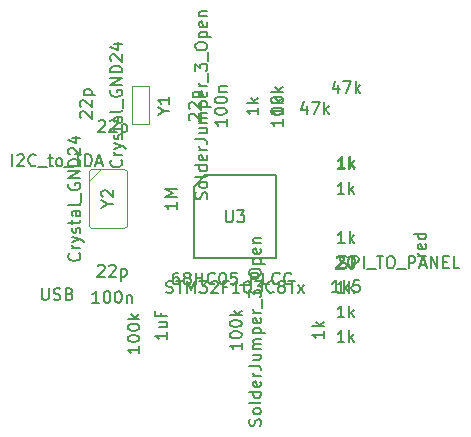
<source format=gbr>
G04 #@! TF.GenerationSoftware,KiCad,Pcbnew,6.0.0-rc1-unknown-1088786~66~ubuntu16.04.1*
G04 #@! TF.CreationDate,2018-12-29T10:22:54+01:00
G04 #@! TF.ProjectId,audi_concert1_chorus1_volume_fix,61756469-5f63-46f6-9e63-657274315f63,rev?*
G04 #@! TF.SameCoordinates,Original*
G04 #@! TF.FileFunction,Other,Fab,Top*
%FSLAX46Y46*%
G04 Gerber Fmt 4.6, Leading zero omitted, Abs format (unit mm)*
G04 Created by KiCad (PCBNEW 6.0.0-rc1-unknown-1088786~66~ubuntu16.04.1) date So 29. december 2018, 10:22:54 CET*
%MOMM*%
%LPD*%
G04 APERTURE LIST*
%ADD10C,0.150000*%
%ADD11C,0.100000*%
G04 APERTURE END LIST*
D10*
X177208300Y-103506900D02*
X178208300Y-102506900D01*
X177208300Y-109506900D02*
X177208300Y-103506900D01*
X184208300Y-109506900D02*
X177208300Y-109506900D01*
X184208300Y-102506900D02*
X184208300Y-109506900D01*
X178208300Y-102506900D02*
X184208300Y-102506900D01*
D11*
X171957300Y-94963500D02*
X171957300Y-98163500D01*
X173457300Y-94963500D02*
X173457300Y-98163500D01*
X173457300Y-98163500D02*
X171957300Y-98163500D01*
X173457300Y-94963500D02*
X171957300Y-94963500D01*
X169360800Y-101971200D02*
X168360800Y-102971200D01*
X171360800Y-101971200D02*
X171560800Y-102171200D01*
X168560800Y-101971200D02*
X171360800Y-101971200D01*
X168360800Y-102171200D02*
X168560800Y-101971200D01*
X168360800Y-106771200D02*
X168360800Y-102171200D01*
X168560800Y-106971200D02*
X168360800Y-106771200D01*
X171360800Y-106971200D02*
X168560800Y-106971200D01*
X171560800Y-106771200D02*
X171360800Y-106971200D01*
X171560800Y-102171200D02*
X171560800Y-106771200D01*
D10*
X189519961Y-112381980D02*
X188948533Y-112381980D01*
X189234247Y-112381980D02*
X189234247Y-111381980D01*
X189139009Y-111524838D01*
X189043771Y-111620076D01*
X188948533Y-111667695D01*
X189948533Y-112381980D02*
X189948533Y-111381980D01*
X190043771Y-112001028D02*
X190329485Y-112381980D01*
X190329485Y-111715314D02*
X189948533Y-112096266D01*
X191234247Y-111381980D02*
X190758057Y-111381980D01*
X190710438Y-111858171D01*
X190758057Y-111810552D01*
X190853295Y-111762933D01*
X191091390Y-111762933D01*
X191186628Y-111810552D01*
X191234247Y-111858171D01*
X191281866Y-111953409D01*
X191281866Y-112191504D01*
X191234247Y-112286742D01*
X191186628Y-112334361D01*
X191091390Y-112381980D01*
X190853295Y-112381980D01*
X190758057Y-112334361D01*
X190710438Y-112286742D01*
X175914981Y-110729780D02*
X175724505Y-110729780D01*
X175629267Y-110777400D01*
X175581648Y-110825019D01*
X175486410Y-110967876D01*
X175438791Y-111158352D01*
X175438791Y-111539304D01*
X175486410Y-111634542D01*
X175534029Y-111682161D01*
X175629267Y-111729780D01*
X175819743Y-111729780D01*
X175914981Y-111682161D01*
X175962601Y-111634542D01*
X176010220Y-111539304D01*
X176010220Y-111301209D01*
X175962601Y-111205971D01*
X175914981Y-111158352D01*
X175819743Y-111110733D01*
X175629267Y-111110733D01*
X175534029Y-111158352D01*
X175486410Y-111205971D01*
X175438791Y-111301209D01*
X176581648Y-111158352D02*
X176486410Y-111110733D01*
X176438791Y-111063114D01*
X176391172Y-110967876D01*
X176391172Y-110920257D01*
X176438791Y-110825019D01*
X176486410Y-110777400D01*
X176581648Y-110729780D01*
X176772124Y-110729780D01*
X176867362Y-110777400D01*
X176914981Y-110825019D01*
X176962601Y-110920257D01*
X176962601Y-110967876D01*
X176914981Y-111063114D01*
X176867362Y-111110733D01*
X176772124Y-111158352D01*
X176581648Y-111158352D01*
X176486410Y-111205971D01*
X176438791Y-111253590D01*
X176391172Y-111348828D01*
X176391172Y-111539304D01*
X176438791Y-111634542D01*
X176486410Y-111682161D01*
X176581648Y-111729780D01*
X176772124Y-111729780D01*
X176867362Y-111682161D01*
X176914981Y-111634542D01*
X176962601Y-111539304D01*
X176962601Y-111348828D01*
X176914981Y-111253590D01*
X176867362Y-111205971D01*
X176772124Y-111158352D01*
X177391172Y-111729780D02*
X177391172Y-110729780D01*
X177391172Y-111205971D02*
X177962601Y-111205971D01*
X177962601Y-111729780D02*
X177962601Y-110729780D01*
X179010220Y-111634542D02*
X178962601Y-111682161D01*
X178819743Y-111729780D01*
X178724505Y-111729780D01*
X178581648Y-111682161D01*
X178486410Y-111586923D01*
X178438791Y-111491685D01*
X178391172Y-111301209D01*
X178391172Y-111158352D01*
X178438791Y-110967876D01*
X178486410Y-110872638D01*
X178581648Y-110777400D01*
X178724505Y-110729780D01*
X178819743Y-110729780D01*
X178962601Y-110777400D01*
X179010220Y-110825019D01*
X179629267Y-110729780D02*
X179724505Y-110729780D01*
X179819743Y-110777400D01*
X179867362Y-110825019D01*
X179914981Y-110920257D01*
X179962601Y-111110733D01*
X179962601Y-111348828D01*
X179914981Y-111539304D01*
X179867362Y-111634542D01*
X179819743Y-111682161D01*
X179724505Y-111729780D01*
X179629267Y-111729780D01*
X179534029Y-111682161D01*
X179486410Y-111634542D01*
X179438791Y-111539304D01*
X179391172Y-111348828D01*
X179391172Y-111110733D01*
X179438791Y-110920257D01*
X179486410Y-110825019D01*
X179534029Y-110777400D01*
X179629267Y-110729780D01*
X180867362Y-110729780D02*
X180391172Y-110729780D01*
X180343553Y-111205971D01*
X180391172Y-111158352D01*
X180486410Y-111110733D01*
X180724505Y-111110733D01*
X180819743Y-111158352D01*
X180867362Y-111205971D01*
X180914981Y-111301209D01*
X180914981Y-111539304D01*
X180867362Y-111634542D01*
X180819743Y-111682161D01*
X180724505Y-111729780D01*
X180486410Y-111729780D01*
X180391172Y-111682161D01*
X180343553Y-111634542D01*
X181105458Y-111825019D02*
X181867362Y-111825019D01*
X182105458Y-111729780D02*
X182105458Y-110729780D01*
X182486410Y-110729780D01*
X182581648Y-110777400D01*
X182629267Y-110825019D01*
X182676886Y-110920257D01*
X182676886Y-111063114D01*
X182629267Y-111158352D01*
X182581648Y-111205971D01*
X182486410Y-111253590D01*
X182105458Y-111253590D01*
X183581648Y-111729780D02*
X183105458Y-111729780D01*
X183105458Y-110729780D01*
X184486410Y-111634542D02*
X184438791Y-111682161D01*
X184295934Y-111729780D01*
X184200696Y-111729780D01*
X184057839Y-111682161D01*
X183962601Y-111586923D01*
X183914981Y-111491685D01*
X183867362Y-111301209D01*
X183867362Y-111158352D01*
X183914981Y-110967876D01*
X183962601Y-110872638D01*
X184057839Y-110777400D01*
X184200696Y-110729780D01*
X184295934Y-110729780D01*
X184438791Y-110777400D01*
X184486410Y-110825019D01*
X185486410Y-111634542D02*
X185438791Y-111682161D01*
X185295934Y-111729780D01*
X185200696Y-111729780D01*
X185057839Y-111682161D01*
X184962601Y-111586923D01*
X184914981Y-111491685D01*
X184867362Y-111301209D01*
X184867362Y-111158352D01*
X184914981Y-110967876D01*
X184962601Y-110872638D01*
X185057839Y-110777400D01*
X185200696Y-110729780D01*
X185295934Y-110729780D01*
X185438791Y-110777400D01*
X185486410Y-110825019D01*
X174898776Y-112411661D02*
X175041633Y-112459280D01*
X175279728Y-112459280D01*
X175374966Y-112411661D01*
X175422585Y-112364042D01*
X175470204Y-112268804D01*
X175470204Y-112173566D01*
X175422585Y-112078328D01*
X175374966Y-112030709D01*
X175279728Y-111983090D01*
X175089252Y-111935471D01*
X174994014Y-111887852D01*
X174946395Y-111840233D01*
X174898776Y-111744995D01*
X174898776Y-111649757D01*
X174946395Y-111554519D01*
X174994014Y-111506900D01*
X175089252Y-111459280D01*
X175327347Y-111459280D01*
X175470204Y-111506900D01*
X175755919Y-111459280D02*
X176327347Y-111459280D01*
X176041633Y-112459280D02*
X176041633Y-111459280D01*
X176660680Y-112459280D02*
X176660680Y-111459280D01*
X176994014Y-112173566D01*
X177327347Y-111459280D01*
X177327347Y-112459280D01*
X177708300Y-111459280D02*
X178327347Y-111459280D01*
X177994014Y-111840233D01*
X178136871Y-111840233D01*
X178232109Y-111887852D01*
X178279728Y-111935471D01*
X178327347Y-112030709D01*
X178327347Y-112268804D01*
X178279728Y-112364042D01*
X178232109Y-112411661D01*
X178136871Y-112459280D01*
X177851157Y-112459280D01*
X177755919Y-112411661D01*
X177708300Y-112364042D01*
X178708300Y-111554519D02*
X178755919Y-111506900D01*
X178851157Y-111459280D01*
X179089252Y-111459280D01*
X179184490Y-111506900D01*
X179232109Y-111554519D01*
X179279728Y-111649757D01*
X179279728Y-111744995D01*
X179232109Y-111887852D01*
X178660680Y-112459280D01*
X179279728Y-112459280D01*
X180041633Y-111935471D02*
X179708300Y-111935471D01*
X179708300Y-112459280D02*
X179708300Y-111459280D01*
X180184490Y-111459280D01*
X181089252Y-112459280D02*
X180517823Y-112459280D01*
X180803538Y-112459280D02*
X180803538Y-111459280D01*
X180708300Y-111602138D01*
X180613061Y-111697376D01*
X180517823Y-111744995D01*
X181708300Y-111459280D02*
X181803538Y-111459280D01*
X181898776Y-111506900D01*
X181946395Y-111554519D01*
X181994014Y-111649757D01*
X182041633Y-111840233D01*
X182041633Y-112078328D01*
X181994014Y-112268804D01*
X181946395Y-112364042D01*
X181898776Y-112411661D01*
X181803538Y-112459280D01*
X181708300Y-112459280D01*
X181613061Y-112411661D01*
X181565442Y-112364042D01*
X181517823Y-112268804D01*
X181470204Y-112078328D01*
X181470204Y-111840233D01*
X181517823Y-111649757D01*
X181565442Y-111554519D01*
X181613061Y-111506900D01*
X181708300Y-111459280D01*
X182374966Y-111459280D02*
X182994014Y-111459280D01*
X182660680Y-111840233D01*
X182803538Y-111840233D01*
X182898776Y-111887852D01*
X182946395Y-111935471D01*
X182994014Y-112030709D01*
X182994014Y-112268804D01*
X182946395Y-112364042D01*
X182898776Y-112411661D01*
X182803538Y-112459280D01*
X182517823Y-112459280D01*
X182422585Y-112411661D01*
X182374966Y-112364042D01*
X183994014Y-112364042D02*
X183946395Y-112411661D01*
X183803538Y-112459280D01*
X183708300Y-112459280D01*
X183565442Y-112411661D01*
X183470204Y-112316423D01*
X183422585Y-112221185D01*
X183374966Y-112030709D01*
X183374966Y-111887852D01*
X183422585Y-111697376D01*
X183470204Y-111602138D01*
X183565442Y-111506900D01*
X183708300Y-111459280D01*
X183803538Y-111459280D01*
X183946395Y-111506900D01*
X183994014Y-111554519D01*
X184565442Y-111887852D02*
X184470204Y-111840233D01*
X184422585Y-111792614D01*
X184374966Y-111697376D01*
X184374966Y-111649757D01*
X184422585Y-111554519D01*
X184470204Y-111506900D01*
X184565442Y-111459280D01*
X184755919Y-111459280D01*
X184851157Y-111506900D01*
X184898776Y-111554519D01*
X184946395Y-111649757D01*
X184946395Y-111697376D01*
X184898776Y-111792614D01*
X184851157Y-111840233D01*
X184755919Y-111887852D01*
X184565442Y-111887852D01*
X184470204Y-111935471D01*
X184422585Y-111983090D01*
X184374966Y-112078328D01*
X184374966Y-112268804D01*
X184422585Y-112364042D01*
X184470204Y-112411661D01*
X184565442Y-112459280D01*
X184755919Y-112459280D01*
X184851157Y-112411661D01*
X184898776Y-112364042D01*
X184946395Y-112268804D01*
X184946395Y-112078328D01*
X184898776Y-111983090D01*
X184851157Y-111935471D01*
X184755919Y-111887852D01*
X185232109Y-111459280D02*
X185803538Y-111459280D01*
X185517823Y-112459280D02*
X185517823Y-111459280D01*
X186041633Y-112459280D02*
X186565442Y-111792614D01*
X186041633Y-111792614D02*
X186565442Y-112459280D01*
X179946395Y-105459280D02*
X179946395Y-106268804D01*
X179994014Y-106364042D01*
X180041633Y-106411661D01*
X180136871Y-106459280D01*
X180327347Y-106459280D01*
X180422585Y-106411661D01*
X180470204Y-106364042D01*
X180517823Y-106268804D01*
X180517823Y-105459280D01*
X180898776Y-105459280D02*
X181517823Y-105459280D01*
X181184490Y-105840233D01*
X181327347Y-105840233D01*
X181422585Y-105887852D01*
X181470204Y-105935471D01*
X181517823Y-106030709D01*
X181517823Y-106268804D01*
X181470204Y-106364042D01*
X181422585Y-106411661D01*
X181327347Y-106459280D01*
X181041633Y-106459280D01*
X180946395Y-106411661D01*
X180898776Y-106364042D01*
X196889380Y-109334180D02*
X196222714Y-109334180D01*
X196413190Y-109334180D02*
X196317952Y-109286561D01*
X196270333Y-109238942D01*
X196222714Y-109143704D01*
X196222714Y-109048466D01*
X196841761Y-108334180D02*
X196889380Y-108429419D01*
X196889380Y-108619895D01*
X196841761Y-108715133D01*
X196746523Y-108762752D01*
X196365571Y-108762752D01*
X196270333Y-108715133D01*
X196222714Y-108619895D01*
X196222714Y-108429419D01*
X196270333Y-108334180D01*
X196365571Y-108286561D01*
X196460809Y-108286561D01*
X196556047Y-108762752D01*
X196889380Y-107429419D02*
X195889380Y-107429419D01*
X196841761Y-107429419D02*
X196889380Y-107524657D01*
X196889380Y-107715133D01*
X196841761Y-107810371D01*
X196794142Y-107857990D01*
X196698904Y-107905609D01*
X196413190Y-107905609D01*
X196317952Y-107857990D01*
X196270333Y-107810371D01*
X196222714Y-107715133D01*
X196222714Y-107524657D01*
X196270333Y-107429419D01*
X174987180Y-115784238D02*
X174987180Y-116355666D01*
X174987180Y-116069952D02*
X173987180Y-116069952D01*
X174130038Y-116165190D01*
X174225276Y-116260428D01*
X174272895Y-116355666D01*
X174320514Y-114927095D02*
X174987180Y-114927095D01*
X174320514Y-115355666D02*
X174844323Y-115355666D01*
X174939561Y-115308047D01*
X174987180Y-115212809D01*
X174987180Y-115069952D01*
X174939561Y-114974714D01*
X174891942Y-114927095D01*
X174463371Y-114117571D02*
X174463371Y-114450904D01*
X174987180Y-114450904D02*
X173987180Y-114450904D01*
X173987180Y-113974714D01*
X172621780Y-116971628D02*
X172621780Y-117543057D01*
X172621780Y-117257342D02*
X171621780Y-117257342D01*
X171764638Y-117352580D01*
X171859876Y-117447819D01*
X171907495Y-117543057D01*
X171621780Y-116352580D02*
X171621780Y-116257342D01*
X171669400Y-116162104D01*
X171717019Y-116114485D01*
X171812257Y-116066866D01*
X172002733Y-116019247D01*
X172240828Y-116019247D01*
X172431304Y-116066866D01*
X172526542Y-116114485D01*
X172574161Y-116162104D01*
X172621780Y-116257342D01*
X172621780Y-116352580D01*
X172574161Y-116447819D01*
X172526542Y-116495438D01*
X172431304Y-116543057D01*
X172240828Y-116590676D01*
X172002733Y-116590676D01*
X171812257Y-116543057D01*
X171717019Y-116495438D01*
X171669400Y-116447819D01*
X171621780Y-116352580D01*
X171621780Y-115400200D02*
X171621780Y-115304961D01*
X171669400Y-115209723D01*
X171717019Y-115162104D01*
X171812257Y-115114485D01*
X172002733Y-115066866D01*
X172240828Y-115066866D01*
X172431304Y-115114485D01*
X172526542Y-115162104D01*
X172574161Y-115209723D01*
X172621780Y-115304961D01*
X172621780Y-115400200D01*
X172574161Y-115495438D01*
X172526542Y-115543057D01*
X172431304Y-115590676D01*
X172240828Y-115638295D01*
X172002733Y-115638295D01*
X171812257Y-115590676D01*
X171717019Y-115543057D01*
X171669400Y-115495438D01*
X171621780Y-115400200D01*
X172621780Y-114638295D02*
X171621780Y-114638295D01*
X172240828Y-114543057D02*
X172621780Y-114257342D01*
X171955114Y-114257342D02*
X172336066Y-114638295D01*
X188277180Y-115714447D02*
X188277180Y-116285876D01*
X188277180Y-116000161D02*
X187277180Y-116000161D01*
X187420038Y-116095400D01*
X187515276Y-116190638D01*
X187562895Y-116285876D01*
X188277180Y-115285876D02*
X187277180Y-115285876D01*
X187896228Y-115190638D02*
X188277180Y-114904923D01*
X187610514Y-114904923D02*
X187991466Y-115285876D01*
X181283180Y-116670628D02*
X181283180Y-117242057D01*
X181283180Y-116956342D02*
X180283180Y-116956342D01*
X180426038Y-117051580D01*
X180521276Y-117146819D01*
X180568895Y-117242057D01*
X180283180Y-116051580D02*
X180283180Y-115956342D01*
X180330800Y-115861104D01*
X180378419Y-115813485D01*
X180473657Y-115765866D01*
X180664133Y-115718247D01*
X180902228Y-115718247D01*
X181092704Y-115765866D01*
X181187942Y-115813485D01*
X181235561Y-115861104D01*
X181283180Y-115956342D01*
X181283180Y-116051580D01*
X181235561Y-116146819D01*
X181187942Y-116194438D01*
X181092704Y-116242057D01*
X180902228Y-116289676D01*
X180664133Y-116289676D01*
X180473657Y-116242057D01*
X180378419Y-116194438D01*
X180330800Y-116146819D01*
X180283180Y-116051580D01*
X180283180Y-115099200D02*
X180283180Y-115003961D01*
X180330800Y-114908723D01*
X180378419Y-114861104D01*
X180473657Y-114813485D01*
X180664133Y-114765866D01*
X180902228Y-114765866D01*
X181092704Y-114813485D01*
X181187942Y-114861104D01*
X181235561Y-114908723D01*
X181283180Y-115003961D01*
X181283180Y-115099200D01*
X181235561Y-115194438D01*
X181187942Y-115242057D01*
X181092704Y-115289676D01*
X180902228Y-115337295D01*
X180664133Y-115337295D01*
X180473657Y-115289676D01*
X180378419Y-115242057D01*
X180330800Y-115194438D01*
X180283180Y-115099200D01*
X181283180Y-114337295D02*
X180283180Y-114337295D01*
X180902228Y-114242057D02*
X181283180Y-113956342D01*
X180616514Y-113956342D02*
X180997466Y-114337295D01*
X189996152Y-108241780D02*
X189424723Y-108241780D01*
X189710438Y-108241780D02*
X189710438Y-107241780D01*
X189615200Y-107384638D01*
X189519961Y-107479876D01*
X189424723Y-107527495D01*
X190424723Y-108241780D02*
X190424723Y-107241780D01*
X190519961Y-107860828D02*
X190805676Y-108241780D01*
X190805676Y-107575114D02*
X190424723Y-107956066D01*
X189974552Y-101958980D02*
X189403123Y-101958980D01*
X189688838Y-101958980D02*
X189688838Y-100958980D01*
X189593600Y-101101838D01*
X189498361Y-101197076D01*
X189403123Y-101244695D01*
X190403123Y-101958980D02*
X190403123Y-100958980D01*
X190498361Y-101578028D02*
X190784076Y-101958980D01*
X190784076Y-101292314D02*
X190403123Y-101673266D01*
X190050752Y-101891780D02*
X189479323Y-101891780D01*
X189765038Y-101891780D02*
X189765038Y-100891780D01*
X189669800Y-101034638D01*
X189574561Y-101129876D01*
X189479323Y-101177495D01*
X190479323Y-101891780D02*
X190479323Y-100891780D01*
X190574561Y-101510828D02*
X190860276Y-101891780D01*
X190860276Y-101225114D02*
X190479323Y-101606066D01*
X184813780Y-96769847D02*
X184813780Y-97341276D01*
X184813780Y-97055561D02*
X183813780Y-97055561D01*
X183956638Y-97150800D01*
X184051876Y-97246038D01*
X184099495Y-97341276D01*
X184813780Y-96341276D02*
X183813780Y-96341276D01*
X184432828Y-96246038D02*
X184813780Y-95960323D01*
X184147114Y-95960323D02*
X184528066Y-96341276D01*
X184771980Y-97743828D02*
X184771980Y-98315257D01*
X184771980Y-98029542D02*
X183771980Y-98029542D01*
X183914838Y-98124780D01*
X184010076Y-98220019D01*
X184057695Y-98315257D01*
X183771980Y-97124780D02*
X183771980Y-97029542D01*
X183819600Y-96934304D01*
X183867219Y-96886685D01*
X183962457Y-96839066D01*
X184152933Y-96791447D01*
X184391028Y-96791447D01*
X184581504Y-96839066D01*
X184676742Y-96886685D01*
X184724361Y-96934304D01*
X184771980Y-97029542D01*
X184771980Y-97124780D01*
X184724361Y-97220019D01*
X184676742Y-97267638D01*
X184581504Y-97315257D01*
X184391028Y-97362876D01*
X184152933Y-97362876D01*
X183962457Y-97315257D01*
X183867219Y-97267638D01*
X183819600Y-97220019D01*
X183771980Y-97124780D01*
X183771980Y-96172400D02*
X183771980Y-96077161D01*
X183819600Y-95981923D01*
X183867219Y-95934304D01*
X183962457Y-95886685D01*
X184152933Y-95839066D01*
X184391028Y-95839066D01*
X184581504Y-95886685D01*
X184676742Y-95934304D01*
X184724361Y-95981923D01*
X184771980Y-96077161D01*
X184771980Y-96172400D01*
X184724361Y-96267638D01*
X184676742Y-96315257D01*
X184581504Y-96362876D01*
X184391028Y-96410495D01*
X184152933Y-96410495D01*
X183962457Y-96362876D01*
X183867219Y-96315257D01*
X183819600Y-96267638D01*
X183771980Y-96172400D01*
X184771980Y-95410495D02*
X183771980Y-95410495D01*
X184391028Y-95315257D02*
X184771980Y-95029542D01*
X184105314Y-95029542D02*
X184486266Y-95410495D01*
X189462803Y-94886434D02*
X189462803Y-95553100D01*
X189224708Y-94505481D02*
X188986613Y-95219767D01*
X189605660Y-95219767D01*
X189891375Y-94553100D02*
X190558041Y-94553100D01*
X190129470Y-95553100D01*
X190938994Y-95553100D02*
X190938994Y-94553100D01*
X191034232Y-95172148D02*
X191319946Y-95553100D01*
X191319946Y-94886434D02*
X190938994Y-95267386D01*
X186781823Y-96607974D02*
X186781823Y-97274640D01*
X186543728Y-96227021D02*
X186305633Y-96941307D01*
X186924680Y-96941307D01*
X187210395Y-96274640D02*
X187877061Y-96274640D01*
X187448490Y-97274640D01*
X188258014Y-97274640D02*
X188258014Y-96274640D01*
X188353252Y-96893688D02*
X188638966Y-97274640D01*
X188638966Y-96607974D02*
X188258014Y-96988926D01*
X189974552Y-104076180D02*
X189403123Y-104076180D01*
X189688838Y-104076180D02*
X189688838Y-103076180D01*
X189593600Y-103219038D01*
X189498361Y-103314276D01*
X189403123Y-103361895D01*
X190403123Y-104076180D02*
X190403123Y-103076180D01*
X190498361Y-103695228D02*
X190784076Y-104076180D01*
X190784076Y-103409514D02*
X190403123Y-103790466D01*
X176907619Y-97841285D02*
X176860000Y-97793666D01*
X176812380Y-97698428D01*
X176812380Y-97460333D01*
X176860000Y-97365095D01*
X176907619Y-97317476D01*
X177002857Y-97269857D01*
X177098095Y-97269857D01*
X177240952Y-97317476D01*
X177812380Y-97888904D01*
X177812380Y-97269857D01*
X176907619Y-96888904D02*
X176860000Y-96841285D01*
X176812380Y-96746047D01*
X176812380Y-96507952D01*
X176860000Y-96412714D01*
X176907619Y-96365095D01*
X177002857Y-96317476D01*
X177098095Y-96317476D01*
X177240952Y-96365095D01*
X177812380Y-96936523D01*
X177812380Y-96317476D01*
X177145714Y-95888904D02*
X178145714Y-95888904D01*
X177193333Y-95888904D02*
X177145714Y-95793666D01*
X177145714Y-95603190D01*
X177193333Y-95507952D01*
X177240952Y-95460333D01*
X177336190Y-95412714D01*
X177621904Y-95412714D01*
X177717142Y-95460333D01*
X177764761Y-95507952D01*
X177812380Y-95603190D01*
X177812380Y-95793666D01*
X177764761Y-95888904D01*
X167668259Y-97643165D02*
X167620640Y-97595546D01*
X167573020Y-97500308D01*
X167573020Y-97262213D01*
X167620640Y-97166975D01*
X167668259Y-97119356D01*
X167763497Y-97071737D01*
X167858735Y-97071737D01*
X168001592Y-97119356D01*
X168573020Y-97690784D01*
X168573020Y-97071737D01*
X167668259Y-96690784D02*
X167620640Y-96643165D01*
X167573020Y-96547927D01*
X167573020Y-96309832D01*
X167620640Y-96214594D01*
X167668259Y-96166975D01*
X167763497Y-96119356D01*
X167858735Y-96119356D01*
X168001592Y-96166975D01*
X168573020Y-96738403D01*
X168573020Y-96119356D01*
X167906354Y-95690784D02*
X168906354Y-95690784D01*
X167953973Y-95690784D02*
X167906354Y-95595546D01*
X167906354Y-95405070D01*
X167953973Y-95309832D01*
X168001592Y-95262213D01*
X168096830Y-95214594D01*
X168382544Y-95214594D01*
X168477782Y-95262213D01*
X168525401Y-95309832D01*
X168573020Y-95405070D01*
X168573020Y-95595546D01*
X168525401Y-95690784D01*
X169161614Y-97930019D02*
X169209233Y-97882400D01*
X169304471Y-97834780D01*
X169542566Y-97834780D01*
X169637804Y-97882400D01*
X169685423Y-97930019D01*
X169733042Y-98025257D01*
X169733042Y-98120495D01*
X169685423Y-98263352D01*
X169113995Y-98834780D01*
X169733042Y-98834780D01*
X170113995Y-97930019D02*
X170161614Y-97882400D01*
X170256852Y-97834780D01*
X170494947Y-97834780D01*
X170590185Y-97882400D01*
X170637804Y-97930019D01*
X170685423Y-98025257D01*
X170685423Y-98120495D01*
X170637804Y-98263352D01*
X170066376Y-98834780D01*
X170685423Y-98834780D01*
X171113995Y-98168114D02*
X171113995Y-99168114D01*
X171113995Y-98215733D02*
X171209233Y-98168114D01*
X171399709Y-98168114D01*
X171494947Y-98215733D01*
X171542566Y-98263352D01*
X171590185Y-98358590D01*
X171590185Y-98644304D01*
X171542566Y-98739542D01*
X171494947Y-98787161D01*
X171399709Y-98834780D01*
X171209233Y-98834780D01*
X171113995Y-98787161D01*
X169112714Y-110169119D02*
X169160333Y-110121500D01*
X169255571Y-110073880D01*
X169493666Y-110073880D01*
X169588904Y-110121500D01*
X169636523Y-110169119D01*
X169684142Y-110264357D01*
X169684142Y-110359595D01*
X169636523Y-110502452D01*
X169065095Y-111073880D01*
X169684142Y-111073880D01*
X170065095Y-110169119D02*
X170112714Y-110121500D01*
X170207952Y-110073880D01*
X170446047Y-110073880D01*
X170541285Y-110121500D01*
X170588904Y-110169119D01*
X170636523Y-110264357D01*
X170636523Y-110359595D01*
X170588904Y-110502452D01*
X170017476Y-111073880D01*
X170636523Y-111073880D01*
X171065095Y-110407214D02*
X171065095Y-111407214D01*
X171065095Y-110454833D02*
X171160333Y-110407214D01*
X171350809Y-110407214D01*
X171446047Y-110454833D01*
X171493666Y-110502452D01*
X171541285Y-110597690D01*
X171541285Y-110883404D01*
X171493666Y-110978642D01*
X171446047Y-111026261D01*
X171350809Y-111073880D01*
X171160333Y-111073880D01*
X171065095Y-111026261D01*
X169213352Y-113296380D02*
X168641923Y-113296380D01*
X168927638Y-113296380D02*
X168927638Y-112296380D01*
X168832400Y-112439238D01*
X168737161Y-112534476D01*
X168641923Y-112582095D01*
X169832400Y-112296380D02*
X169927638Y-112296380D01*
X170022876Y-112344000D01*
X170070495Y-112391619D01*
X170118114Y-112486857D01*
X170165733Y-112677333D01*
X170165733Y-112915428D01*
X170118114Y-113105904D01*
X170070495Y-113201142D01*
X170022876Y-113248761D01*
X169927638Y-113296380D01*
X169832400Y-113296380D01*
X169737161Y-113248761D01*
X169689542Y-113201142D01*
X169641923Y-113105904D01*
X169594304Y-112915428D01*
X169594304Y-112677333D01*
X169641923Y-112486857D01*
X169689542Y-112391619D01*
X169737161Y-112344000D01*
X169832400Y-112296380D01*
X170784780Y-112296380D02*
X170880019Y-112296380D01*
X170975257Y-112344000D01*
X171022876Y-112391619D01*
X171070495Y-112486857D01*
X171118114Y-112677333D01*
X171118114Y-112915428D01*
X171070495Y-113105904D01*
X171022876Y-113201142D01*
X170975257Y-113248761D01*
X170880019Y-113296380D01*
X170784780Y-113296380D01*
X170689542Y-113248761D01*
X170641923Y-113201142D01*
X170594304Y-113105904D01*
X170546685Y-112915428D01*
X170546685Y-112677333D01*
X170594304Y-112486857D01*
X170641923Y-112391619D01*
X170689542Y-112344000D01*
X170784780Y-112296380D01*
X171546685Y-112629714D02*
X171546685Y-113296380D01*
X171546685Y-112724952D02*
X171594304Y-112677333D01*
X171689542Y-112629714D01*
X171832400Y-112629714D01*
X171927638Y-112677333D01*
X171975257Y-112772571D01*
X171975257Y-113296380D01*
X180009480Y-97740647D02*
X180009480Y-98312076D01*
X180009480Y-98026361D02*
X179009480Y-98026361D01*
X179152338Y-98121600D01*
X179247576Y-98216838D01*
X179295195Y-98312076D01*
X179009480Y-97121600D02*
X179009480Y-97026361D01*
X179057100Y-96931123D01*
X179104719Y-96883504D01*
X179199957Y-96835885D01*
X179390433Y-96788266D01*
X179628528Y-96788266D01*
X179819004Y-96835885D01*
X179914242Y-96883504D01*
X179961861Y-96931123D01*
X180009480Y-97026361D01*
X180009480Y-97121600D01*
X179961861Y-97216838D01*
X179914242Y-97264457D01*
X179819004Y-97312076D01*
X179628528Y-97359695D01*
X179390433Y-97359695D01*
X179199957Y-97312076D01*
X179104719Y-97264457D01*
X179057100Y-97216838D01*
X179009480Y-97121600D01*
X179009480Y-96169219D02*
X179009480Y-96073980D01*
X179057100Y-95978742D01*
X179104719Y-95931123D01*
X179199957Y-95883504D01*
X179390433Y-95835885D01*
X179628528Y-95835885D01*
X179819004Y-95883504D01*
X179914242Y-95931123D01*
X179961861Y-95978742D01*
X180009480Y-96073980D01*
X180009480Y-96169219D01*
X179961861Y-96264457D01*
X179914242Y-96312076D01*
X179819004Y-96359695D01*
X179628528Y-96407314D01*
X179390433Y-96407314D01*
X179199957Y-96359695D01*
X179104719Y-96312076D01*
X179057100Y-96264457D01*
X179009480Y-96169219D01*
X179342814Y-95407314D02*
X180009480Y-95407314D01*
X179438052Y-95407314D02*
X179390433Y-95359695D01*
X179342814Y-95264457D01*
X179342814Y-95121600D01*
X179390433Y-95026361D01*
X179485671Y-94978742D01*
X180009480Y-94978742D01*
X161847685Y-101723380D02*
X161847685Y-100723380D01*
X162276257Y-100818619D02*
X162323876Y-100771000D01*
X162419114Y-100723380D01*
X162657209Y-100723380D01*
X162752447Y-100771000D01*
X162800066Y-100818619D01*
X162847685Y-100913857D01*
X162847685Y-101009095D01*
X162800066Y-101151952D01*
X162228638Y-101723380D01*
X162847685Y-101723380D01*
X163847685Y-101628142D02*
X163800066Y-101675761D01*
X163657209Y-101723380D01*
X163561971Y-101723380D01*
X163419114Y-101675761D01*
X163323876Y-101580523D01*
X163276257Y-101485285D01*
X163228638Y-101294809D01*
X163228638Y-101151952D01*
X163276257Y-100961476D01*
X163323876Y-100866238D01*
X163419114Y-100771000D01*
X163561971Y-100723380D01*
X163657209Y-100723380D01*
X163800066Y-100771000D01*
X163847685Y-100818619D01*
X164038161Y-101818619D02*
X164800066Y-101818619D01*
X164895304Y-101056714D02*
X165276257Y-101056714D01*
X165038161Y-100723380D02*
X165038161Y-101580523D01*
X165085780Y-101675761D01*
X165181019Y-101723380D01*
X165276257Y-101723380D01*
X165752447Y-101723380D02*
X165657209Y-101675761D01*
X165609590Y-101628142D01*
X165561971Y-101532904D01*
X165561971Y-101247190D01*
X165609590Y-101151952D01*
X165657209Y-101104333D01*
X165752447Y-101056714D01*
X165895304Y-101056714D01*
X165990542Y-101104333D01*
X166038161Y-101151952D01*
X166085780Y-101247190D01*
X166085780Y-101532904D01*
X166038161Y-101628142D01*
X165990542Y-101675761D01*
X165895304Y-101723380D01*
X165752447Y-101723380D01*
X166276257Y-101818619D02*
X167038161Y-101818619D01*
X167133400Y-100723380D02*
X167704828Y-100723380D01*
X167419114Y-101723380D02*
X167419114Y-100723380D01*
X168038161Y-101723380D02*
X168038161Y-100723380D01*
X168276257Y-100723380D01*
X168419114Y-100771000D01*
X168514352Y-100866238D01*
X168561971Y-100961476D01*
X168609590Y-101151952D01*
X168609590Y-101294809D01*
X168561971Y-101485285D01*
X168514352Y-101580523D01*
X168419114Y-101675761D01*
X168276257Y-101723380D01*
X168038161Y-101723380D01*
X168990542Y-101437666D02*
X169466733Y-101437666D01*
X168895304Y-101723380D02*
X169228638Y-100723380D01*
X169561971Y-101723380D01*
X164371495Y-112051780D02*
X164371495Y-112861304D01*
X164419114Y-112956542D01*
X164466733Y-113004161D01*
X164561971Y-113051780D01*
X164752447Y-113051780D01*
X164847685Y-113004161D01*
X164895304Y-112956542D01*
X164942923Y-112861304D01*
X164942923Y-112051780D01*
X165371495Y-113004161D02*
X165514352Y-113051780D01*
X165752447Y-113051780D01*
X165847685Y-113004161D01*
X165895304Y-112956542D01*
X165942923Y-112861304D01*
X165942923Y-112766066D01*
X165895304Y-112670828D01*
X165847685Y-112623209D01*
X165752447Y-112575590D01*
X165561971Y-112527971D01*
X165466733Y-112480352D01*
X165419114Y-112432733D01*
X165371495Y-112337495D01*
X165371495Y-112242257D01*
X165419114Y-112147019D01*
X165466733Y-112099400D01*
X165561971Y-112051780D01*
X165800066Y-112051780D01*
X165942923Y-112099400D01*
X166704828Y-112527971D02*
X166847685Y-112575590D01*
X166895304Y-112623209D01*
X166942923Y-112718447D01*
X166942923Y-112861304D01*
X166895304Y-112956542D01*
X166847685Y-113004161D01*
X166752447Y-113051780D01*
X166371495Y-113051780D01*
X166371495Y-112051780D01*
X166704828Y-112051780D01*
X166800066Y-112099400D01*
X166847685Y-112147019D01*
X166895304Y-112242257D01*
X166895304Y-112337495D01*
X166847685Y-112432733D01*
X166800066Y-112480352D01*
X166704828Y-112527971D01*
X166371495Y-112527971D01*
X189614800Y-110309361D02*
X189757657Y-110356980D01*
X189995752Y-110356980D01*
X190090990Y-110309361D01*
X190138609Y-110261742D01*
X190186228Y-110166504D01*
X190186228Y-110071266D01*
X190138609Y-109976028D01*
X190090990Y-109928409D01*
X189995752Y-109880790D01*
X189805276Y-109833171D01*
X189710038Y-109785552D01*
X189662419Y-109737933D01*
X189614800Y-109642695D01*
X189614800Y-109547457D01*
X189662419Y-109452219D01*
X189710038Y-109404600D01*
X189805276Y-109356980D01*
X190043371Y-109356980D01*
X190186228Y-109404600D01*
X190614800Y-110356980D02*
X190614800Y-109356980D01*
X190995752Y-109356980D01*
X191090990Y-109404600D01*
X191138609Y-109452219D01*
X191186228Y-109547457D01*
X191186228Y-109690314D01*
X191138609Y-109785552D01*
X191090990Y-109833171D01*
X190995752Y-109880790D01*
X190614800Y-109880790D01*
X191614800Y-110356980D02*
X191614800Y-109356980D01*
X191852895Y-110452219D02*
X192614800Y-110452219D01*
X192710038Y-109356980D02*
X193281466Y-109356980D01*
X192995752Y-110356980D02*
X192995752Y-109356980D01*
X193805276Y-109356980D02*
X193995752Y-109356980D01*
X194090990Y-109404600D01*
X194186228Y-109499838D01*
X194233847Y-109690314D01*
X194233847Y-110023647D01*
X194186228Y-110214123D01*
X194090990Y-110309361D01*
X193995752Y-110356980D01*
X193805276Y-110356980D01*
X193710038Y-110309361D01*
X193614800Y-110214123D01*
X193567180Y-110023647D01*
X193567180Y-109690314D01*
X193614800Y-109499838D01*
X193710038Y-109404600D01*
X193805276Y-109356980D01*
X194424323Y-110452219D02*
X195186228Y-110452219D01*
X195424323Y-110356980D02*
X195424323Y-109356980D01*
X195805276Y-109356980D01*
X195900514Y-109404600D01*
X195948133Y-109452219D01*
X195995752Y-109547457D01*
X195995752Y-109690314D01*
X195948133Y-109785552D01*
X195900514Y-109833171D01*
X195805276Y-109880790D01*
X195424323Y-109880790D01*
X196376704Y-110071266D02*
X196852895Y-110071266D01*
X196281466Y-110356980D02*
X196614800Y-109356980D01*
X196948133Y-110356980D01*
X197281466Y-110356980D02*
X197281466Y-109356980D01*
X197852895Y-110356980D01*
X197852895Y-109356980D01*
X198329085Y-109833171D02*
X198662419Y-109833171D01*
X198805276Y-110356980D02*
X198329085Y-110356980D01*
X198329085Y-109356980D01*
X198805276Y-109356980D01*
X199710038Y-110356980D02*
X199233847Y-110356980D01*
X199233847Y-109356980D01*
X178311361Y-104521590D02*
X178358980Y-104378733D01*
X178358980Y-104140638D01*
X178311361Y-104045400D01*
X178263742Y-103997780D01*
X178168504Y-103950161D01*
X178073266Y-103950161D01*
X177978028Y-103997780D01*
X177930409Y-104045400D01*
X177882790Y-104140638D01*
X177835171Y-104331114D01*
X177787552Y-104426352D01*
X177739933Y-104473971D01*
X177644695Y-104521590D01*
X177549457Y-104521590D01*
X177454219Y-104473971D01*
X177406600Y-104426352D01*
X177358980Y-104331114D01*
X177358980Y-104093019D01*
X177406600Y-103950161D01*
X178358980Y-103378733D02*
X178311361Y-103473971D01*
X178263742Y-103521590D01*
X178168504Y-103569209D01*
X177882790Y-103569209D01*
X177787552Y-103521590D01*
X177739933Y-103473971D01*
X177692314Y-103378733D01*
X177692314Y-103235876D01*
X177739933Y-103140638D01*
X177787552Y-103093019D01*
X177882790Y-103045400D01*
X178168504Y-103045400D01*
X178263742Y-103093019D01*
X178311361Y-103140638D01*
X178358980Y-103235876D01*
X178358980Y-103378733D01*
X178358980Y-102473971D02*
X178311361Y-102569209D01*
X178216123Y-102616828D01*
X177358980Y-102616828D01*
X178358980Y-101664447D02*
X177358980Y-101664447D01*
X178311361Y-101664447D02*
X178358980Y-101759685D01*
X178358980Y-101950161D01*
X178311361Y-102045400D01*
X178263742Y-102093019D01*
X178168504Y-102140638D01*
X177882790Y-102140638D01*
X177787552Y-102093019D01*
X177739933Y-102045400D01*
X177692314Y-101950161D01*
X177692314Y-101759685D01*
X177739933Y-101664447D01*
X178311361Y-100807304D02*
X178358980Y-100902542D01*
X178358980Y-101093019D01*
X178311361Y-101188257D01*
X178216123Y-101235876D01*
X177835171Y-101235876D01*
X177739933Y-101188257D01*
X177692314Y-101093019D01*
X177692314Y-100902542D01*
X177739933Y-100807304D01*
X177835171Y-100759685D01*
X177930409Y-100759685D01*
X178025647Y-101235876D01*
X178358980Y-100331114D02*
X177692314Y-100331114D01*
X177882790Y-100331114D02*
X177787552Y-100283495D01*
X177739933Y-100235876D01*
X177692314Y-100140638D01*
X177692314Y-100045400D01*
X177358980Y-99426352D02*
X178073266Y-99426352D01*
X178216123Y-99473971D01*
X178311361Y-99569209D01*
X178358980Y-99712066D01*
X178358980Y-99807304D01*
X177692314Y-98521590D02*
X178358980Y-98521590D01*
X177692314Y-98950161D02*
X178216123Y-98950161D01*
X178311361Y-98902542D01*
X178358980Y-98807304D01*
X178358980Y-98664447D01*
X178311361Y-98569209D01*
X178263742Y-98521590D01*
X178358980Y-98045400D02*
X177692314Y-98045400D01*
X177787552Y-98045400D02*
X177739933Y-97997780D01*
X177692314Y-97902542D01*
X177692314Y-97759685D01*
X177739933Y-97664447D01*
X177835171Y-97616828D01*
X178358980Y-97616828D01*
X177835171Y-97616828D02*
X177739933Y-97569209D01*
X177692314Y-97473971D01*
X177692314Y-97331114D01*
X177739933Y-97235876D01*
X177835171Y-97188257D01*
X178358980Y-97188257D01*
X177692314Y-96712066D02*
X178692314Y-96712066D01*
X177739933Y-96712066D02*
X177692314Y-96616828D01*
X177692314Y-96426352D01*
X177739933Y-96331114D01*
X177787552Y-96283495D01*
X177882790Y-96235876D01*
X178168504Y-96235876D01*
X178263742Y-96283495D01*
X178311361Y-96331114D01*
X178358980Y-96426352D01*
X178358980Y-96616828D01*
X178311361Y-96712066D01*
X178311361Y-95426352D02*
X178358980Y-95521590D01*
X178358980Y-95712066D01*
X178311361Y-95807304D01*
X178216123Y-95854923D01*
X177835171Y-95854923D01*
X177739933Y-95807304D01*
X177692314Y-95712066D01*
X177692314Y-95521590D01*
X177739933Y-95426352D01*
X177835171Y-95378733D01*
X177930409Y-95378733D01*
X178025647Y-95854923D01*
X178358980Y-94950161D02*
X177692314Y-94950161D01*
X177882790Y-94950161D02*
X177787552Y-94902542D01*
X177739933Y-94854923D01*
X177692314Y-94759685D01*
X177692314Y-94664447D01*
X178454219Y-94569209D02*
X178454219Y-93807304D01*
X177358980Y-93664447D02*
X177358980Y-93045400D01*
X177739933Y-93378733D01*
X177739933Y-93235876D01*
X177787552Y-93140638D01*
X177835171Y-93093019D01*
X177930409Y-93045400D01*
X178168504Y-93045400D01*
X178263742Y-93093019D01*
X178311361Y-93140638D01*
X178358980Y-93235876D01*
X178358980Y-93521590D01*
X178311361Y-93616828D01*
X178263742Y-93664447D01*
X178454219Y-92854923D02*
X178454219Y-92093019D01*
X177358980Y-91664447D02*
X177358980Y-91473971D01*
X177406600Y-91378733D01*
X177501838Y-91283495D01*
X177692314Y-91235876D01*
X178025647Y-91235876D01*
X178216123Y-91283495D01*
X178311361Y-91378733D01*
X178358980Y-91473971D01*
X178358980Y-91664447D01*
X178311361Y-91759685D01*
X178216123Y-91854923D01*
X178025647Y-91902542D01*
X177692314Y-91902542D01*
X177501838Y-91854923D01*
X177406600Y-91759685D01*
X177358980Y-91664447D01*
X177692314Y-90807304D02*
X178692314Y-90807304D01*
X177739933Y-90807304D02*
X177692314Y-90712066D01*
X177692314Y-90521590D01*
X177739933Y-90426352D01*
X177787552Y-90378733D01*
X177882790Y-90331114D01*
X178168504Y-90331114D01*
X178263742Y-90378733D01*
X178311361Y-90426352D01*
X178358980Y-90521590D01*
X178358980Y-90712066D01*
X178311361Y-90807304D01*
X178311361Y-89521590D02*
X178358980Y-89616828D01*
X178358980Y-89807304D01*
X178311361Y-89902542D01*
X178216123Y-89950161D01*
X177835171Y-89950161D01*
X177739933Y-89902542D01*
X177692314Y-89807304D01*
X177692314Y-89616828D01*
X177739933Y-89521590D01*
X177835171Y-89473971D01*
X177930409Y-89473971D01*
X178025647Y-89950161D01*
X177692314Y-89045400D02*
X178358980Y-89045400D01*
X177787552Y-89045400D02*
X177739933Y-88997780D01*
X177692314Y-88902542D01*
X177692314Y-88759685D01*
X177739933Y-88664447D01*
X177835171Y-88616828D01*
X178358980Y-88616828D01*
X182873361Y-123698590D02*
X182920980Y-123555733D01*
X182920980Y-123317638D01*
X182873361Y-123222400D01*
X182825742Y-123174780D01*
X182730504Y-123127161D01*
X182635266Y-123127161D01*
X182540028Y-123174780D01*
X182492409Y-123222400D01*
X182444790Y-123317638D01*
X182397171Y-123508114D01*
X182349552Y-123603352D01*
X182301933Y-123650971D01*
X182206695Y-123698590D01*
X182111457Y-123698590D01*
X182016219Y-123650971D01*
X181968600Y-123603352D01*
X181920980Y-123508114D01*
X181920980Y-123270019D01*
X181968600Y-123127161D01*
X182920980Y-122555733D02*
X182873361Y-122650971D01*
X182825742Y-122698590D01*
X182730504Y-122746209D01*
X182444790Y-122746209D01*
X182349552Y-122698590D01*
X182301933Y-122650971D01*
X182254314Y-122555733D01*
X182254314Y-122412876D01*
X182301933Y-122317638D01*
X182349552Y-122270019D01*
X182444790Y-122222400D01*
X182730504Y-122222400D01*
X182825742Y-122270019D01*
X182873361Y-122317638D01*
X182920980Y-122412876D01*
X182920980Y-122555733D01*
X182920980Y-121650971D02*
X182873361Y-121746209D01*
X182778123Y-121793828D01*
X181920980Y-121793828D01*
X182920980Y-120841447D02*
X181920980Y-120841447D01*
X182873361Y-120841447D02*
X182920980Y-120936685D01*
X182920980Y-121127161D01*
X182873361Y-121222400D01*
X182825742Y-121270019D01*
X182730504Y-121317638D01*
X182444790Y-121317638D01*
X182349552Y-121270019D01*
X182301933Y-121222400D01*
X182254314Y-121127161D01*
X182254314Y-120936685D01*
X182301933Y-120841447D01*
X182873361Y-119984304D02*
X182920980Y-120079542D01*
X182920980Y-120270019D01*
X182873361Y-120365257D01*
X182778123Y-120412876D01*
X182397171Y-120412876D01*
X182301933Y-120365257D01*
X182254314Y-120270019D01*
X182254314Y-120079542D01*
X182301933Y-119984304D01*
X182397171Y-119936685D01*
X182492409Y-119936685D01*
X182587647Y-120412876D01*
X182920980Y-119508114D02*
X182254314Y-119508114D01*
X182444790Y-119508114D02*
X182349552Y-119460495D01*
X182301933Y-119412876D01*
X182254314Y-119317638D01*
X182254314Y-119222400D01*
X181920980Y-118603352D02*
X182635266Y-118603352D01*
X182778123Y-118650971D01*
X182873361Y-118746209D01*
X182920980Y-118889066D01*
X182920980Y-118984304D01*
X182254314Y-117698590D02*
X182920980Y-117698590D01*
X182254314Y-118127161D02*
X182778123Y-118127161D01*
X182873361Y-118079542D01*
X182920980Y-117984304D01*
X182920980Y-117841447D01*
X182873361Y-117746209D01*
X182825742Y-117698590D01*
X182920980Y-117222400D02*
X182254314Y-117222400D01*
X182349552Y-117222400D02*
X182301933Y-117174780D01*
X182254314Y-117079542D01*
X182254314Y-116936685D01*
X182301933Y-116841447D01*
X182397171Y-116793828D01*
X182920980Y-116793828D01*
X182397171Y-116793828D02*
X182301933Y-116746209D01*
X182254314Y-116650971D01*
X182254314Y-116508114D01*
X182301933Y-116412876D01*
X182397171Y-116365257D01*
X182920980Y-116365257D01*
X182254314Y-115889066D02*
X183254314Y-115889066D01*
X182301933Y-115889066D02*
X182254314Y-115793828D01*
X182254314Y-115603352D01*
X182301933Y-115508114D01*
X182349552Y-115460495D01*
X182444790Y-115412876D01*
X182730504Y-115412876D01*
X182825742Y-115460495D01*
X182873361Y-115508114D01*
X182920980Y-115603352D01*
X182920980Y-115793828D01*
X182873361Y-115889066D01*
X182873361Y-114603352D02*
X182920980Y-114698590D01*
X182920980Y-114889066D01*
X182873361Y-114984304D01*
X182778123Y-115031923D01*
X182397171Y-115031923D01*
X182301933Y-114984304D01*
X182254314Y-114889066D01*
X182254314Y-114698590D01*
X182301933Y-114603352D01*
X182397171Y-114555733D01*
X182492409Y-114555733D01*
X182587647Y-115031923D01*
X182920980Y-114127161D02*
X182254314Y-114127161D01*
X182444790Y-114127161D02*
X182349552Y-114079542D01*
X182301933Y-114031923D01*
X182254314Y-113936685D01*
X182254314Y-113841447D01*
X183016219Y-113746209D02*
X183016219Y-112984304D01*
X181920980Y-112841447D02*
X181920980Y-112222400D01*
X182301933Y-112555733D01*
X182301933Y-112412876D01*
X182349552Y-112317638D01*
X182397171Y-112270019D01*
X182492409Y-112222400D01*
X182730504Y-112222400D01*
X182825742Y-112270019D01*
X182873361Y-112317638D01*
X182920980Y-112412876D01*
X182920980Y-112698590D01*
X182873361Y-112793828D01*
X182825742Y-112841447D01*
X183016219Y-112031923D02*
X183016219Y-111270019D01*
X181920980Y-110841447D02*
X181920980Y-110650971D01*
X181968600Y-110555733D01*
X182063838Y-110460495D01*
X182254314Y-110412876D01*
X182587647Y-110412876D01*
X182778123Y-110460495D01*
X182873361Y-110555733D01*
X182920980Y-110650971D01*
X182920980Y-110841447D01*
X182873361Y-110936685D01*
X182778123Y-111031923D01*
X182587647Y-111079542D01*
X182254314Y-111079542D01*
X182063838Y-111031923D01*
X181968600Y-110936685D01*
X181920980Y-110841447D01*
X182254314Y-109984304D02*
X183254314Y-109984304D01*
X182301933Y-109984304D02*
X182254314Y-109889066D01*
X182254314Y-109698590D01*
X182301933Y-109603352D01*
X182349552Y-109555733D01*
X182444790Y-109508114D01*
X182730504Y-109508114D01*
X182825742Y-109555733D01*
X182873361Y-109603352D01*
X182920980Y-109698590D01*
X182920980Y-109889066D01*
X182873361Y-109984304D01*
X182873361Y-108698590D02*
X182920980Y-108793828D01*
X182920980Y-108984304D01*
X182873361Y-109079542D01*
X182778123Y-109127161D01*
X182397171Y-109127161D01*
X182301933Y-109079542D01*
X182254314Y-108984304D01*
X182254314Y-108793828D01*
X182301933Y-108698590D01*
X182397171Y-108650971D01*
X182492409Y-108650971D01*
X182587647Y-109127161D01*
X182254314Y-108222400D02*
X182920980Y-108222400D01*
X182349552Y-108222400D02*
X182301933Y-108174780D01*
X182254314Y-108079542D01*
X182254314Y-107936685D01*
X182301933Y-107841447D01*
X182397171Y-107793828D01*
X182920980Y-107793828D01*
X189353295Y-109419819D02*
X189400914Y-109372200D01*
X189496152Y-109324580D01*
X189734247Y-109324580D01*
X189829485Y-109372200D01*
X189877104Y-109419819D01*
X189924723Y-109515057D01*
X189924723Y-109610295D01*
X189877104Y-109753152D01*
X189305676Y-110324580D01*
X189924723Y-110324580D01*
X190543771Y-109324580D02*
X190639009Y-109324580D01*
X190734247Y-109372200D01*
X190781866Y-109419819D01*
X190829485Y-109515057D01*
X190877104Y-109705533D01*
X190877104Y-109943628D01*
X190829485Y-110134104D01*
X190781866Y-110229342D01*
X190734247Y-110276961D01*
X190639009Y-110324580D01*
X190543771Y-110324580D01*
X190448533Y-110276961D01*
X190400914Y-110229342D01*
X190353295Y-110134104D01*
X190305676Y-109943628D01*
X190305676Y-109705533D01*
X190353295Y-109515057D01*
X190400914Y-109419819D01*
X190448533Y-109372200D01*
X190543771Y-109324580D01*
X189335495Y-109487019D02*
X189383114Y-109439400D01*
X189478352Y-109391780D01*
X189716447Y-109391780D01*
X189811685Y-109439400D01*
X189859304Y-109487019D01*
X189906923Y-109582257D01*
X189906923Y-109677495D01*
X189859304Y-109820352D01*
X189287876Y-110391780D01*
X189906923Y-110391780D01*
X190525971Y-109391780D02*
X190621209Y-109391780D01*
X190716447Y-109439400D01*
X190764066Y-109487019D01*
X190811685Y-109582257D01*
X190859304Y-109772733D01*
X190859304Y-110010828D01*
X190811685Y-110201304D01*
X190764066Y-110296542D01*
X190716447Y-110344161D01*
X190621209Y-110391780D01*
X190525971Y-110391780D01*
X190430733Y-110344161D01*
X190383114Y-110296542D01*
X190335495Y-110201304D01*
X190287876Y-110010828D01*
X190287876Y-109772733D01*
X190335495Y-109582257D01*
X190383114Y-109487019D01*
X190430733Y-109439400D01*
X190525971Y-109391780D01*
X189974552Y-116614780D02*
X189403123Y-116614780D01*
X189688838Y-116614780D02*
X189688838Y-115614780D01*
X189593600Y-115757638D01*
X189498361Y-115852876D01*
X189403123Y-115900495D01*
X190403123Y-116614780D02*
X190403123Y-115614780D01*
X190498361Y-116233828D02*
X190784076Y-116614780D01*
X190784076Y-115948114D02*
X190403123Y-116329066D01*
X189974552Y-114531980D02*
X189403123Y-114531980D01*
X189688838Y-114531980D02*
X189688838Y-113531980D01*
X189593600Y-113674838D01*
X189498361Y-113770076D01*
X189403123Y-113817695D01*
X190403123Y-114531980D02*
X190403123Y-113531980D01*
X190498361Y-114151028D02*
X190784076Y-114531980D01*
X190784076Y-113865314D02*
X190403123Y-114246266D01*
X189978352Y-112449180D02*
X189406923Y-112449180D01*
X189692638Y-112449180D02*
X189692638Y-111449180D01*
X189597400Y-111592038D01*
X189502161Y-111687276D01*
X189406923Y-111734895D01*
X190406923Y-112449180D02*
X190406923Y-111449180D01*
X190502161Y-112068228D02*
X190787876Y-112449180D01*
X190787876Y-111782514D02*
X190406923Y-112163466D01*
X175780380Y-104777514D02*
X175780380Y-105348942D01*
X175780380Y-105063228D02*
X174780380Y-105063228D01*
X174923238Y-105158466D01*
X175018476Y-105253704D01*
X175066095Y-105348942D01*
X175780380Y-104348942D02*
X174780380Y-104348942D01*
X175494666Y-104015609D01*
X174780380Y-103682276D01*
X175780380Y-103682276D01*
X171064442Y-101206357D02*
X171112061Y-101253976D01*
X171159680Y-101396833D01*
X171159680Y-101492071D01*
X171112061Y-101634928D01*
X171016823Y-101730166D01*
X170921585Y-101777785D01*
X170731109Y-101825404D01*
X170588252Y-101825404D01*
X170397776Y-101777785D01*
X170302538Y-101730166D01*
X170207300Y-101634928D01*
X170159680Y-101492071D01*
X170159680Y-101396833D01*
X170207300Y-101253976D01*
X170254919Y-101206357D01*
X171159680Y-100777785D02*
X170493014Y-100777785D01*
X170683490Y-100777785D02*
X170588252Y-100730166D01*
X170540633Y-100682547D01*
X170493014Y-100587309D01*
X170493014Y-100492071D01*
X170493014Y-100253976D02*
X171159680Y-100015880D01*
X170493014Y-99777785D02*
X171159680Y-100015880D01*
X171397776Y-100111119D01*
X171445395Y-100158738D01*
X171493014Y-100253976D01*
X171112061Y-99444452D02*
X171159680Y-99349214D01*
X171159680Y-99158738D01*
X171112061Y-99063500D01*
X171016823Y-99015880D01*
X170969204Y-99015880D01*
X170873966Y-99063500D01*
X170826347Y-99158738D01*
X170826347Y-99301595D01*
X170778728Y-99396833D01*
X170683490Y-99444452D01*
X170635871Y-99444452D01*
X170540633Y-99396833D01*
X170493014Y-99301595D01*
X170493014Y-99158738D01*
X170540633Y-99063500D01*
X170493014Y-98730166D02*
X170493014Y-98349214D01*
X170159680Y-98587309D02*
X171016823Y-98587309D01*
X171112061Y-98539690D01*
X171159680Y-98444452D01*
X171159680Y-98349214D01*
X171159680Y-97587309D02*
X170635871Y-97587309D01*
X170540633Y-97634928D01*
X170493014Y-97730166D01*
X170493014Y-97920642D01*
X170540633Y-98015880D01*
X171112061Y-97587309D02*
X171159680Y-97682547D01*
X171159680Y-97920642D01*
X171112061Y-98015880D01*
X171016823Y-98063500D01*
X170921585Y-98063500D01*
X170826347Y-98015880D01*
X170778728Y-97920642D01*
X170778728Y-97682547D01*
X170731109Y-97587309D01*
X171159680Y-96968261D02*
X171112061Y-97063500D01*
X171016823Y-97111119D01*
X170159680Y-97111119D01*
X171254919Y-96825404D02*
X171254919Y-96063500D01*
X170207300Y-95301595D02*
X170159680Y-95396833D01*
X170159680Y-95539690D01*
X170207300Y-95682547D01*
X170302538Y-95777785D01*
X170397776Y-95825404D01*
X170588252Y-95873023D01*
X170731109Y-95873023D01*
X170921585Y-95825404D01*
X171016823Y-95777785D01*
X171112061Y-95682547D01*
X171159680Y-95539690D01*
X171159680Y-95444452D01*
X171112061Y-95301595D01*
X171064442Y-95253976D01*
X170731109Y-95253976D01*
X170731109Y-95444452D01*
X171159680Y-94825404D02*
X170159680Y-94825404D01*
X171159680Y-94253976D01*
X170159680Y-94253976D01*
X171159680Y-93777785D02*
X170159680Y-93777785D01*
X170159680Y-93539690D01*
X170207300Y-93396833D01*
X170302538Y-93301595D01*
X170397776Y-93253976D01*
X170588252Y-93206357D01*
X170731109Y-93206357D01*
X170921585Y-93253976D01*
X171016823Y-93301595D01*
X171112061Y-93396833D01*
X171159680Y-93539690D01*
X171159680Y-93777785D01*
X170254919Y-92825404D02*
X170207300Y-92777785D01*
X170159680Y-92682547D01*
X170159680Y-92444452D01*
X170207300Y-92349214D01*
X170254919Y-92301595D01*
X170350157Y-92253976D01*
X170445395Y-92253976D01*
X170588252Y-92301595D01*
X171159680Y-92873023D01*
X171159680Y-92253976D01*
X170493014Y-91396833D02*
X171159680Y-91396833D01*
X170112061Y-91634928D02*
X170826347Y-91873023D01*
X170826347Y-91253976D01*
X174683490Y-97039690D02*
X175159680Y-97039690D01*
X174159680Y-97373023D02*
X174683490Y-97039690D01*
X174159680Y-96706357D01*
X175159680Y-95849214D02*
X175159680Y-96420642D01*
X175159680Y-96134928D02*
X174159680Y-96134928D01*
X174302538Y-96230166D01*
X174397776Y-96325404D01*
X174445395Y-96420642D01*
X167517942Y-109114057D02*
X167565561Y-109161676D01*
X167613180Y-109304533D01*
X167613180Y-109399771D01*
X167565561Y-109542628D01*
X167470323Y-109637866D01*
X167375085Y-109685485D01*
X167184609Y-109733104D01*
X167041752Y-109733104D01*
X166851276Y-109685485D01*
X166756038Y-109637866D01*
X166660800Y-109542628D01*
X166613180Y-109399771D01*
X166613180Y-109304533D01*
X166660800Y-109161676D01*
X166708419Y-109114057D01*
X167613180Y-108685485D02*
X166946514Y-108685485D01*
X167136990Y-108685485D02*
X167041752Y-108637866D01*
X166994133Y-108590247D01*
X166946514Y-108495009D01*
X166946514Y-108399771D01*
X166946514Y-108161676D02*
X167613180Y-107923580D01*
X166946514Y-107685485D02*
X167613180Y-107923580D01*
X167851276Y-108018819D01*
X167898895Y-108066438D01*
X167946514Y-108161676D01*
X167565561Y-107352152D02*
X167613180Y-107256914D01*
X167613180Y-107066438D01*
X167565561Y-106971200D01*
X167470323Y-106923580D01*
X167422704Y-106923580D01*
X167327466Y-106971200D01*
X167279847Y-107066438D01*
X167279847Y-107209295D01*
X167232228Y-107304533D01*
X167136990Y-107352152D01*
X167089371Y-107352152D01*
X166994133Y-107304533D01*
X166946514Y-107209295D01*
X166946514Y-107066438D01*
X166994133Y-106971200D01*
X166946514Y-106637866D02*
X166946514Y-106256914D01*
X166613180Y-106495009D02*
X167470323Y-106495009D01*
X167565561Y-106447390D01*
X167613180Y-106352152D01*
X167613180Y-106256914D01*
X167613180Y-105495009D02*
X167089371Y-105495009D01*
X166994133Y-105542628D01*
X166946514Y-105637866D01*
X166946514Y-105828342D01*
X166994133Y-105923580D01*
X167565561Y-105495009D02*
X167613180Y-105590247D01*
X167613180Y-105828342D01*
X167565561Y-105923580D01*
X167470323Y-105971200D01*
X167375085Y-105971200D01*
X167279847Y-105923580D01*
X167232228Y-105828342D01*
X167232228Y-105590247D01*
X167184609Y-105495009D01*
X167613180Y-104875961D02*
X167565561Y-104971200D01*
X167470323Y-105018819D01*
X166613180Y-105018819D01*
X167708419Y-104733104D02*
X167708419Y-103971200D01*
X166660800Y-103209295D02*
X166613180Y-103304533D01*
X166613180Y-103447390D01*
X166660800Y-103590247D01*
X166756038Y-103685485D01*
X166851276Y-103733104D01*
X167041752Y-103780723D01*
X167184609Y-103780723D01*
X167375085Y-103733104D01*
X167470323Y-103685485D01*
X167565561Y-103590247D01*
X167613180Y-103447390D01*
X167613180Y-103352152D01*
X167565561Y-103209295D01*
X167517942Y-103161676D01*
X167184609Y-103161676D01*
X167184609Y-103352152D01*
X167613180Y-102733104D02*
X166613180Y-102733104D01*
X167613180Y-102161676D01*
X166613180Y-102161676D01*
X167613180Y-101685485D02*
X166613180Y-101685485D01*
X166613180Y-101447390D01*
X166660800Y-101304533D01*
X166756038Y-101209295D01*
X166851276Y-101161676D01*
X167041752Y-101114057D01*
X167184609Y-101114057D01*
X167375085Y-101161676D01*
X167470323Y-101209295D01*
X167565561Y-101304533D01*
X167613180Y-101447390D01*
X167613180Y-101685485D01*
X166708419Y-100733104D02*
X166660800Y-100685485D01*
X166613180Y-100590247D01*
X166613180Y-100352152D01*
X166660800Y-100256914D01*
X166708419Y-100209295D01*
X166803657Y-100161676D01*
X166898895Y-100161676D01*
X167041752Y-100209295D01*
X167613180Y-100780723D01*
X167613180Y-100161676D01*
X166946514Y-99304533D02*
X167613180Y-99304533D01*
X166565561Y-99542628D02*
X167279847Y-99780723D01*
X167279847Y-99161676D01*
X169936990Y-104947390D02*
X170413180Y-104947390D01*
X169413180Y-105280723D02*
X169936990Y-104947390D01*
X169413180Y-104614057D01*
X169508419Y-104328342D02*
X169460800Y-104280723D01*
X169413180Y-104185485D01*
X169413180Y-103947390D01*
X169460800Y-103852152D01*
X169508419Y-103804533D01*
X169603657Y-103756914D01*
X169698895Y-103756914D01*
X169841752Y-103804533D01*
X170413180Y-104375961D01*
X170413180Y-103756914D01*
X182705580Y-96766047D02*
X182705580Y-97337476D01*
X182705580Y-97051761D02*
X181705580Y-97051761D01*
X181848438Y-97147000D01*
X181943676Y-97242238D01*
X181991295Y-97337476D01*
X182705580Y-96337476D02*
X181705580Y-96337476D01*
X182324628Y-96242238D02*
X182705580Y-95956523D01*
X182038914Y-95956523D02*
X182419866Y-96337476D01*
M02*

</source>
